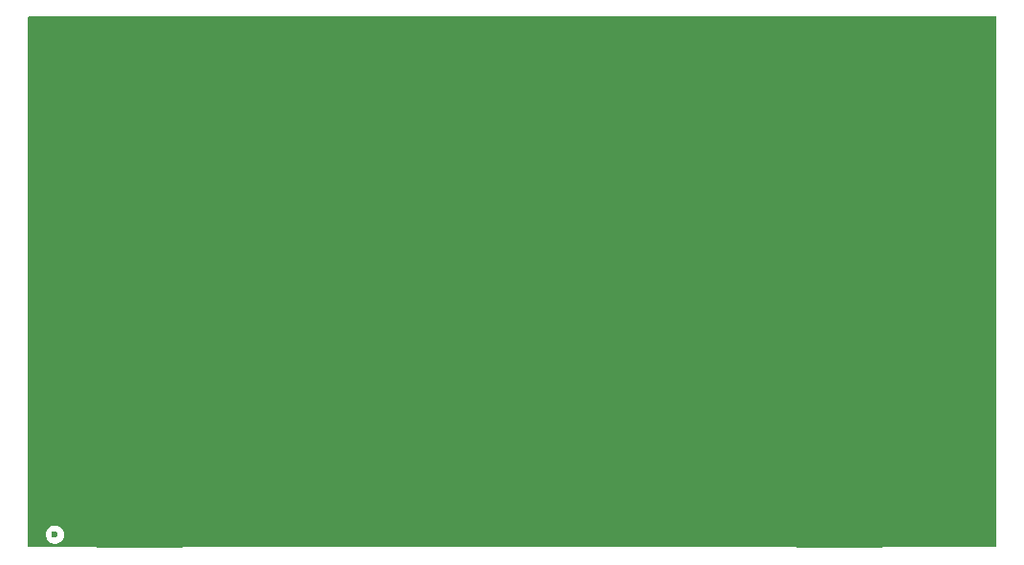
<source format=gbr>
G04 #@! TF.GenerationSoftware,KiCad,Pcbnew,(6.0.0)*
G04 #@! TF.CreationDate,2022-12-26T17:58:56+03:00*
G04 #@! TF.ProjectId,left,6c656674-2e6b-4696-9361-645f70636258,rev?*
G04 #@! TF.SameCoordinates,Original*
G04 #@! TF.FileFunction,Copper,L2,Bot*
G04 #@! TF.FilePolarity,Positive*
%FSLAX46Y46*%
G04 Gerber Fmt 4.6, Leading zero omitted, Abs format (unit mm)*
G04 Created by KiCad (PCBNEW (6.0.0)) date 2022-12-26 17:58:56*
%MOMM*%
%LPD*%
G01*
G04 APERTURE LIST*
G04 #@! TA.AperFunction,ViaPad*
%ADD10C,0.600000*%
G04 #@! TD*
G04 APERTURE END LIST*
D10*
X102900000Y-99800000D03*
G04 #@! TA.AperFunction,NonConductor*
G36*
X186234121Y-53928002D02*
G01*
X186280614Y-53981658D01*
X186292000Y-54034000D01*
X186292000Y-100766000D01*
X186271998Y-100834121D01*
X186218342Y-100880614D01*
X186166000Y-100892000D01*
X176408702Y-100892000D01*
X176407932Y-100891998D01*
X176407078Y-100891993D01*
X176330348Y-100891524D01*
X176321719Y-100893990D01*
X176321714Y-100893991D01*
X176301952Y-100899639D01*
X176285191Y-100903217D01*
X176264848Y-100906130D01*
X176264838Y-100906133D01*
X176255955Y-100907405D01*
X176232605Y-100918021D01*
X176215093Y-100924464D01*
X176207057Y-100926761D01*
X176190435Y-100931512D01*
X176165452Y-100947274D01*
X176150386Y-100955404D01*
X176123490Y-100967633D01*
X176116688Y-100973494D01*
X176109128Y-100978329D01*
X176107481Y-100975753D01*
X176056717Y-100998767D01*
X176039130Y-101000000D01*
X168761217Y-101000000D01*
X168692040Y-100979311D01*
X168688499Y-100976985D01*
X168681772Y-100971044D01*
X168655034Y-100958490D01*
X168640065Y-100950176D01*
X168615273Y-100934107D01*
X168590709Y-100926761D01*
X168573264Y-100920099D01*
X168568827Y-100918016D01*
X168550052Y-100909201D01*
X168520870Y-100904657D01*
X168504151Y-100900874D01*
X168484464Y-100894986D01*
X168484461Y-100894985D01*
X168475859Y-100892413D01*
X168466884Y-100892358D01*
X168466883Y-100892358D01*
X168460190Y-100892317D01*
X168441444Y-100892203D01*
X168440672Y-100892170D01*
X168439577Y-100892000D01*
X168408702Y-100892000D01*
X168407932Y-100891998D01*
X168334284Y-100891548D01*
X168334283Y-100891548D01*
X168330348Y-100891524D01*
X168329004Y-100891908D01*
X168327659Y-100892000D01*
X114408702Y-100892000D01*
X114407932Y-100891998D01*
X114407078Y-100891993D01*
X114330348Y-100891524D01*
X114321719Y-100893990D01*
X114321714Y-100893991D01*
X114301952Y-100899639D01*
X114285191Y-100903217D01*
X114264848Y-100906130D01*
X114264838Y-100906133D01*
X114255955Y-100907405D01*
X114232605Y-100918021D01*
X114215093Y-100924464D01*
X114207057Y-100926761D01*
X114190435Y-100931512D01*
X114165452Y-100947274D01*
X114150386Y-100955404D01*
X114123490Y-100967633D01*
X114116688Y-100973494D01*
X114109128Y-100978329D01*
X114107481Y-100975753D01*
X114056717Y-100998767D01*
X114039130Y-101000000D01*
X106761217Y-101000000D01*
X106692040Y-100979311D01*
X106688499Y-100976985D01*
X106681772Y-100971044D01*
X106655034Y-100958490D01*
X106640065Y-100950176D01*
X106615273Y-100934107D01*
X106590709Y-100926761D01*
X106573264Y-100920099D01*
X106568827Y-100918016D01*
X106550052Y-100909201D01*
X106520870Y-100904657D01*
X106504151Y-100900874D01*
X106484464Y-100894986D01*
X106484461Y-100894985D01*
X106475859Y-100892413D01*
X106466884Y-100892358D01*
X106466883Y-100892358D01*
X106460190Y-100892317D01*
X106441444Y-100892203D01*
X106440672Y-100892170D01*
X106439577Y-100892000D01*
X106408702Y-100892000D01*
X106407932Y-100891998D01*
X106334284Y-100891548D01*
X106334283Y-100891548D01*
X106330348Y-100891524D01*
X106329004Y-100891908D01*
X106327659Y-100892000D01*
X100634000Y-100892000D01*
X100565879Y-100871998D01*
X100519386Y-100818342D01*
X100508000Y-100766000D01*
X100508000Y-99788640D01*
X102086463Y-99788640D01*
X102104163Y-99969160D01*
X102161418Y-100141273D01*
X102165065Y-100147295D01*
X102165066Y-100147297D01*
X102175978Y-100165314D01*
X102255380Y-100296424D01*
X102381382Y-100426902D01*
X102533159Y-100526222D01*
X102539763Y-100528678D01*
X102539765Y-100528679D01*
X102696558Y-100586990D01*
X102696560Y-100586990D01*
X102703168Y-100589448D01*
X102786995Y-100600633D01*
X102875980Y-100612507D01*
X102875984Y-100612507D01*
X102882961Y-100613438D01*
X102889972Y-100612800D01*
X102889976Y-100612800D01*
X103032459Y-100599832D01*
X103063600Y-100596998D01*
X103070302Y-100594820D01*
X103070304Y-100594820D01*
X103229409Y-100543124D01*
X103229412Y-100543123D01*
X103236108Y-100540947D01*
X103391912Y-100448069D01*
X103523266Y-100322982D01*
X103623643Y-100171902D01*
X103688055Y-100002338D01*
X103689035Y-99995366D01*
X103712748Y-99826639D01*
X103712748Y-99826636D01*
X103713299Y-99822717D01*
X103713616Y-99800000D01*
X103693397Y-99619745D01*
X103691080Y-99613091D01*
X103636064Y-99455106D01*
X103636062Y-99455103D01*
X103633745Y-99448448D01*
X103537626Y-99294624D01*
X103523941Y-99280843D01*
X103414778Y-99170915D01*
X103414774Y-99170912D01*
X103409815Y-99165918D01*
X103398697Y-99158862D01*
X103350538Y-99128300D01*
X103256666Y-99068727D01*
X103227463Y-99058328D01*
X103092425Y-99010243D01*
X103092420Y-99010242D01*
X103085790Y-99007881D01*
X103078802Y-99007048D01*
X103078799Y-99007047D01*
X102955698Y-98992368D01*
X102905680Y-98986404D01*
X102898677Y-98987140D01*
X102898676Y-98987140D01*
X102732288Y-99004628D01*
X102732286Y-99004629D01*
X102725288Y-99005364D01*
X102553579Y-99063818D01*
X102547575Y-99067512D01*
X102405095Y-99155166D01*
X102405092Y-99155168D01*
X102399088Y-99158862D01*
X102394053Y-99163793D01*
X102394050Y-99163795D01*
X102274525Y-99280843D01*
X102269493Y-99285771D01*
X102171235Y-99438238D01*
X102168826Y-99444858D01*
X102168824Y-99444861D01*
X102111606Y-99602066D01*
X102109197Y-99608685D01*
X102086463Y-99788640D01*
X100508000Y-99788640D01*
X100508000Y-54034000D01*
X100528002Y-53965879D01*
X100581658Y-53919386D01*
X100634000Y-53908000D01*
X186166000Y-53908000D01*
X186234121Y-53928002D01*
G37*
G04 #@! TD.AperFunction*
M02*

</source>
